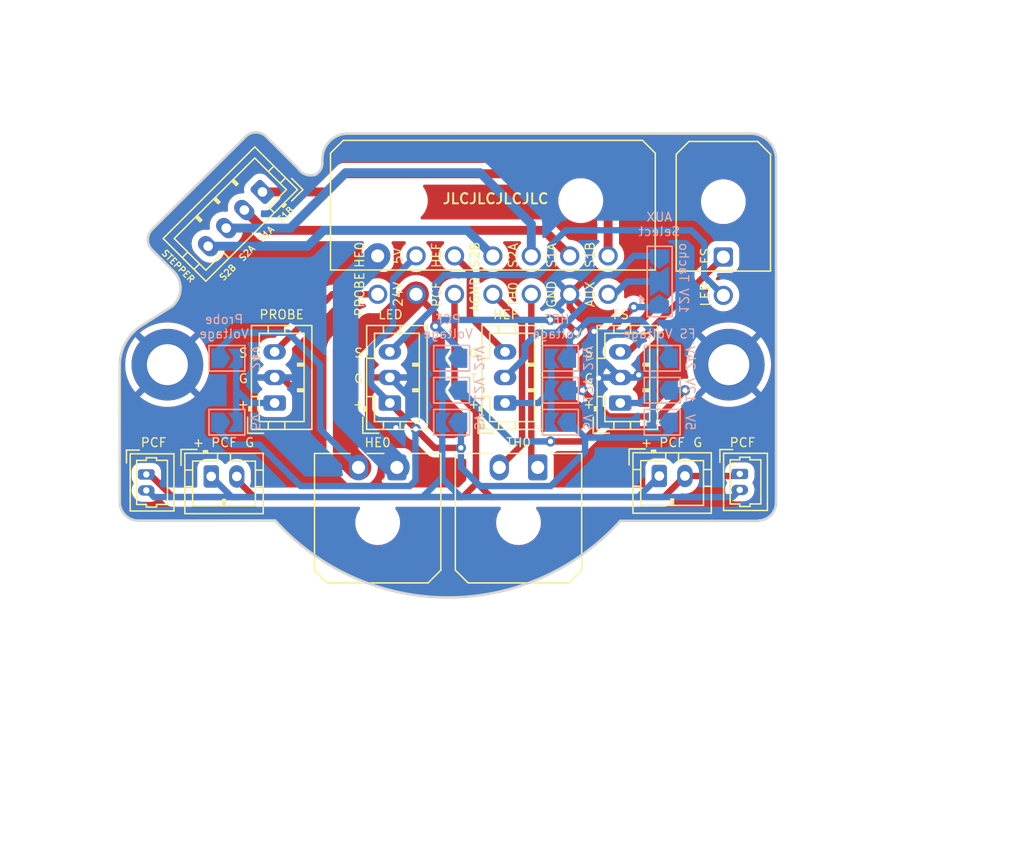
<source format=kicad_pcb>
(kicad_pcb (version 20221018) (generator pcbnew)
  (layers (0 "F.Cu" signal) (31 "B.Cu" signal) (34 "B.Paste" user) (35 "F.Paste" user) (36 "B.SilkS" user "B.Silkscreen") (37 "F.SilkS" user "F.Silkscreen") (38 "B.Mask" user) (39 "F.Mask" user) (44 "Edge.Cuts" user))
  (net 0 "")
  (net 1 "Stepper 1B")
  (net 2 "Stepper 1A")
  (net 3 "Stepper 2A")
  (net 4 "Stepper 2B")
  (net 5 "FS+")
  (net 6 "GND")
  (net 7 "FS SIGNAL")
  (net 8 "HEATER 1 GND")
  (net 9 "24V")
  (net 10 "HEF+")
  (net 11 "HEF TACHO")
  (net 12 "HEF SW GND")
  (net 13 "5V")
  (net 14 "LED")
  (net 15 "PROBE SIGNAL")
  (net 16 "PCF SW GND")
  (net 17 "AGND")
  (net 18 "TH0")
  (net 19 "AUX")
  (net 20 "PCF+")
  (net 21 "PROBE+")
  (net 22 "12V")
  (footprint "Connector_Molex:Molex_Micro-Fit_3.0_43650-0200_1x02_P3.00mm_Horizontal" (layer "F.Cu") (at 107 108.03 180)
    (fp_text reference "TH0" hide)
    (fp_text value "Molex 43650-0200")
    (pad "" np_thru_hole circle (at 1.5 -4.32 180) (size 3 3) (drill 3) (layers "*.Cu" "*.Mask"))
    (pad "1" thru_hole roundrect (at 0 0 180) (size 1.5 2.02) (drill 1.02) (layers "*.Cu" "*.Mask") (roundrect_rratio 0.1666673333) (net 18 "TH0"))
    (pad "2" thru_hole oval (at 3 0 180) (size 1.5 2.02) (drill 1.02) (layers "*.Cu" "*.Mask") (net 17 "AGND"))
  )
  (footprint "Connector_JST:JST_PH_B2B-PH-K_1x02_P2.00mm_Vertical" (layer "F.Cu") (at 81.498263 108.736417)
    (fp_text reference "PCF2" hide)
    (fp_text value "JST-PH_2-PIN_HEADER")
    (pad "1" thru_hole roundrect (at 0 0) (size 1.2 1.75) (drill 0.75) (layers "*.Cu" "*.Mask") (roundrect_rratio 0.2083333333) (net 20 "PCF+"))
    (pad "2" thru_hole oval (at 2 0) (size 1.2 1.75) (drill 0.75) (layers "*.Cu" "*.Mask") (net 16 "PCF SW GND"))
  )
  (footprint "MountingHole:MountingHole_3.2mm_M3_DIN965_Pad" (layer "F.Cu") (at 78.075 100)
    (fp_text reference "H1" hide)
    (fp_text value "M3")
    (pad "1" thru_hole circle (at 0 0) (size 5.6 5.6) (drill 3.2) (layers "*.Cu" "*.Mask") (net 6 "GND"))
  )
  (footprint "Connector_JST:JST_PH_B4B-PH-K_1x04_P2.00mm_Vertical" (layer "F.Cu") (at 85.5 86.5 -135)
    (fp_text reference "ESTEP1" hide)
    (fp_text value "JST-PH_4-PIN_HEADER")
    (pad "1" thru_hole roundrect (at 0 0 225) (size 1.2 1.75) (drill 0.75) (layers "*.Cu" "*.Mask") (roundrect_rratio 0.2083333333) (net 1 "Stepper 1B"))
    (pad "2" thru_hole oval (at 2 0 225) (size 1.2 1.75) (drill 0.75) (layers "*.Cu" "*.Mask") (net 2 "Stepper 1A"))
    (pad "3" thru_hole oval (at 4 0 225) (size 1.2 1.75) (drill 0.75) (layers "*.Cu" "*.Mask") (net 3 "Stepper 2A"))
    (pad "4" thru_hole oval (at 6 0 225) (size 1.2 1.75) (drill 0.75) (layers "*.Cu" "*.Mask") (net 4 "Stepper 2B"))
  )
  (footprint "Connector_JST:JST_PH_B3B-PH-K_1x03_P2.00mm_Vertical" (layer "F.Cu") (at 104.45 103 90)
    (fp_text reference "HEF1" hide)
    (fp_text value "JST-PH_3-PIN_HEADER")
    (pad "1" thru_hole roundrect (at 0 0 90) (size 1.2 1.75) (drill 0.75) (layers "*.Cu" "*.Mask") (roundrect_rratio 0.2083333333) (net 10 "HEF+"))
    (pad "2" thru_hole oval (at 2 0 90) (size 1.2 1.75) (drill 0.75) (layers "*.Cu" "*.Mask") (net 11 "HEF TACHO"))
    (pad "3" thru_hole oval (at 4 0 90) (size 1.2 1.75) (drill 0.75) (layers "*.Cu" "*.Mask") (net 12 "HEF SW GND"))
  )
  (footprint "MountingHole:MountingHole_3.2mm_M3_DIN965_Pad" (layer "F.Cu") (at 121.925 100)
    (fp_text reference "H2" hide)
    (fp_text value "M3")
    (pad "1" thru_hole circle (at 0 0) (size 5.6 5.6) (drill 3.2) (layers "*.Cu" "*.Mask") (net 6 "GND"))
  )
  (footprint "Connector_JST:JST_PH_B2B-PH-K_1x02_P2.00mm_Vertical" (layer "F.Cu") (at 116.5 108.7)
    (fp_text reference "PCF1" hide)
    (fp_text value "JST-PH_2-PIN_HEADER")
    (pad "1" thru_hole roundrect (at 0 0) (size 1.2 1.75) (drill 0.75) (layers "*.Cu" "*.Mask") (roundrect_rratio 0.2083333333) (net 20 "PCF+"))
    (pad "2" thru_hole oval (at 2 0) (size 1.2 1.75) (drill 0.75) (layers "*.Cu" "*.Mask") (net 16 "PCF SW GND"))
  )
  (footprint "Connector_JST:JST_PH_B3B-PH-K_1x03_P2.00mm_Vertical" (layer "F.Cu") (at 95.45 103 90)
    (fp_text reference "LED1" hide)
    (fp_text value "JST-PH_3-PIN_HEADER")
    (pad "1" thru_hole roundrect (at 0 0 90) (size 1.2 1.75) (drill 0.75) (layers "*.Cu" "*.Mask") (roundrect_rratio 0.2083333333) (net 13 "5V"))
    (pad "2" thru_hole oval (at 2 0 90) (size 1.2 1.75) (drill 0.75) (layers "*.Cu" "*.Mask") (net 6 "GND"))
    (pad "3" thru_hole oval (at 4 0 90) (size 1.2 1.75) (drill 0.75) (layers "*.Cu" "*.Mask") (net 14 "LED"))
  )
  (footprint "Connector_Molex:Molex_Micro-Fit_3.0_43045-1400_2x07_P3.00mm_Horizontal" (layer "F.Cu") (at 94.5 91.5)
    (fp_text reference "MCU1" hide)
    (fp_text value "Molex 43045-1400")
    (pad "" np_thru_hole circle (at 2.16 -4.32) (size 3 3) (drill 3) (layers "*.Cu" "*.Mask"))
    (pad "" np_thru_hole circle (at 15.86 -4.32) (size 3 3) (drill 3) (layers "*.Cu" "*.Mask"))
    (pad "1" thru_hole roundrect (at 0 0) (size 1.5 1.5) (drill 1.02) (layers "*.Cu" "*.Mask") (roundrect_rratio 0.1666673333) (net 8 "HEATER 1 GND"))
    (pad "2" thru_hole circle (at 3 0) (size 1.5 1.5) (drill 1.02) (layers "*.Cu" "*.Mask") (net 13 "5V"))
    (pad "3" thru_hole circle (at 6 0) (size 1.5 1.5) (drill 1.02) (layers "*.Cu" "*.Mask") (net 12 "HEF SW GND"))
    (pad "4" thru_hole circle (at 9 0) (size 1.5 1.5) (drill 1.02) (layers "*.Cu" "*.Mask") (net 4 "Stepper 2B"))
    (pad "5" thru_hole circle (at 12 0) (size 1.5 1.5) (drill 1.02) (layers "*.Cu" "*.Mask") (net 3 "Stepper 2A"))
    (pad "6" thru_hole circle (at 15 0) (size 1.5 1.5) (drill 1.02) (layers "*.Cu" "*.Mask") (net 2 "Stepper 1A"))
    (pad "7" thru_hole circle (at 18 0) (size 1.5 1.5) (drill 1.02) (layers "*.Cu" "*.Mask") (net 1 "Stepper 1B"))
    (pad "8" thru_hole circle (at 0 3) (size 1.5 1.5) (drill 1.02) (layers "*.Cu" "*.Mask") (net 15 "PROBE SIGNAL"))
    (pad "9" thru_hole circle (at 3 3) (size 1.5 1.5) (drill 1.02) (layers "*.Cu" "*.Mask") (net 9 "24V"))
    (pad "10" thru_hole circle (at 6 3) (size 1.5 1.5) (drill 1.02) (layers "*.Cu" "*.Mask") (net 16 "PCF SW GND"))
    (pad "11" thru_hole circle (at 9 3) (size 1.5 1.5) (drill 1.02) (layers "*.Cu" "*.Mask") (net 17 "AGND"))
    (pad "12" thru_hole circle (at 12 3) (size 1.5 1.5) (drill 1.02) (layers "*.Cu" "*.Mask") (net 18 "TH0"))
    (pad "13" thru_hole circle (at 15 3) (size 1.5 1.5) (drill 1.02) (layers "*.Cu" "*.Mask") (net 6 "GND"))
    (pad "14" thru_hole circle (at 18 3) (size 1.5 1.5) (drill 1.02) (layers "*.Cu" "*.Mask") (net 19 "AUX"))
  )
  (footprint "Connector_Molex:Molex_Micro-Fit_3.0_43650-0200_1x02_P3.00mm_Horizontal" (layer "F.Cu") (at 96 108.03 180)
    (fp_text reference "HE0" hide)
    (fp_text value "Molex 43650-0200")
    (pad "" np_thru_hole circle (at 1.5 -4.32 180) (size 3 3) (drill 3) (layers "*.Cu" "*.Mask"))
    (pad "1" thru_hole roundrect (at 0 0 180) (size 1.5 2.02) (drill 1.02) (layers "*.Cu" "*.Mask") (roundrect_rratio 0.1666673333) (net 8 "HEATER 1 GND"))
    (pad "2" thru_hole oval (at 3 0 180) (size 1.5 2.02) (drill 1.02) (layers "*.Cu" "*.Mask") (net 9 "24V"))
  )
  (footprint "Connector_Molex:Molex_PicoBlade_53047-0210_1x02_P1.25mm_Vertical" (layer "F.Cu") (at 122.781785 108.536417 -90)
    (fp_text reference "PCF3" hide)
    (fp_text value "PICOBLADE_2-PIN_HEADER")
    (pad "1" thru_hole roundrect (at 0 0 270) (size 0.8 1.3) (drill 0.5) (layers "*.Cu" "*.Mask") (net 16 "PCF SW GND"))
    (pad "2" thru_hole oval (at 1.25 0 270) (size 0.8 1.3) (drill 0.5) (layers "*.Cu" "*.Mask") (net 20 "PCF+"))
  )
  (footprint "Connector_JST:JST_PH_B3B-PH-K_1x03_P2.00mm_Vertical" (layer "F.Cu") (at 86.45 103 90)
    (fp_text reference "PROBE1" hide)
    (fp_text value "JST-PH_3-PIN_HEADER")
    (pad "1" thru_hole roundrect (at 0 0 90) (size 1.2 1.75) (drill 0.75) (layers "*.Cu" "*.Mask") (roundrect_rratio 0.2083333333) (net 21 "PROBE+"))
    (pad "2" thru_hole oval (at 2 0 90) (size 1.2 1.75) (drill 0.75) (layers "*.Cu" "*.Mask") (net 6 "GND"))
    (pad "3" thru_hole oval (at 4 0 90) (size 1.2 1.75) (drill 0.75) (layers "*.Cu" "*.Mask") (net 15 "PROBE SIGNAL"))
  )
  (footprint "Connector_JST:JST_PH_B3B-PH-K_1x03_P2.00mm_Vertical" (layer "F.Cu") (at 113.45 103 90)
    (fp_text reference "FS1" hide)
    (fp_text value "JST-PH_3-PIN_HEADER")
    (pad "1" thru_hole roundrect (at 0 0 90) (size 1.2 1.75) (drill 0.75) (layers "*.Cu" "*.Mask") (roundrect_rratio 0.2083333333) (net 5 "FS+"))
    (pad "2" thru_hole oval (at 2 0 90) (size 1.2 1.75) (drill 0.75) (layers "*.Cu" "*.Mask") (net 6 "GND"))
    (pad "3" thru_hole oval (at 4 0 90) (size 1.2 1.75) (drill 0.75) (layers "*.Cu" "*.Mask") (net 7 "FS SIGNAL"))
  )
  (footprint "Connector_Molex:Molex_PicoBlade_53047-0210_1x02_P1.25mm_Vertical" (layer "F.Cu") (at 76.427718 108.576964 -90)
    (fp_text reference "PCF4" hide)
    (fp_text value "PICOBLADE_2-PIN_HEADER")
    (pad "1" thru_hole roundrect (at 0 0 270) (size 0.8 1.3) (drill 0.5) (layers "*.Cu" "*.Mask") (net 16 "PCF SW GND"))
    (pad "2" thru_hole oval (at 1.25 0 270) (size 0.8 1.3) (drill 0.5) (layers "*.Cu" "*.Mask") (net 20 "PCF+"))
  )
  (footprint "Connector_Molex:Molex_Micro-Fit_3.0_43045-0200_2x01_P3.00mm_Horizontal" (layer "F.Cu") (at 121.5 91.585)
    (fp_text reference "MCU2" hide)
    (fp_text value "Molex 43045-0200")
    (pad "" np_thru_hole circle (at 0 -4.32) (size 3 3) (drill 3) (layers "*.Cu" "*.Mask"))
    (pad "1" thru_hole roundrect (at 0 0) (size 1.5 1.5) (drill 1.02) (layers "*.Cu" "*.Mask") (roundrect_rratio 0.1666673333) (net 7 "FS SIGNAL"))
    (pad "2" thru_hole circle (at 0 3) (size 1.5 1.5) (drill 1.02) (layers "*.Cu" "*.Mask") (net 14 "LED"))
  )
  (footprint "Jumper:SolderJumper-3_P2.0mm_Open_TrianglePad1.0x1.5mm" (layer "B.Cu") (at 116.5 93.5 90)
    (fp_text reference "JP1" hide)
    (fp_text value "AUX Select")
    (pad "1" smd custom (at -2 0 90) (size 0.3 0.3) (layers "B.Cu" "B.Mask") (net 22 "12V") (options (clearance outline) (anchor rect)) (primitives (gr_poly (pts (xy 1 0) (xy 0.5 -0.75) (xy -0.5 -0.75) (xy -0.5 0.75) (xy 0.5 0.75)) (width 0) (fill yes))))
    (pad "2" smd custom (at 0 0 90) (size 0.3 0.3) (layers "B.Cu") (net 19 "AUX") (options (clearance outline) (anchor rect)) (primitives (gr_poly (pts (xy 0.7 0) (xy 1.2 -0.75) (xy -1.2 -0.75) (xy -0.7 0) (xy -1.2 0.75) (xy 1.2 0.75)) (width 0) (fill yes))))
    (pad "3" smd custom (at 2 0 270) (size 0.3 0.3) (layers "B.Cu" "B.Mask") (net 11 "HEF TACHO") (options (clearance outline) (anchor rect)) (primitives (gr_poly (pts (xy 1 0) (xy 0.5 -0.75) (xy -0.5 -0.75) (xy -0.5 0.75) (xy 0.5 0.75)) (width 0) (fill yes))))
  )
  (footprint "Jumper:SolderJumper-2_P1.3mm_Open_TrianglePad1.0x1.5mm" (layer "B.Cu") (at 82.725 99.5)
    (fp_text reference "JP8" hide)
    (fp_text value "PROBE 24V")
    (pad "1" smd custom (at -0.725 0) (size 0.3 0.3) (layers "B.Cu" "B.Mask") (net 9 "24V") (options (clearance outline) (anchor rect)) (primitives (gr_poly (pts (xy 1 0) (xy 0.5 -0.75) (xy -0.5 -0.75) (xy -0.5 0.75) (xy 0.5 0.75)) (width 0) (fill yes))))
    (pad "2" smd custom (at 0.725 0) (size 0.3 0.3) (layers "B.Cu" "B.Mask") (net 21 "PROBE+") (options (clearance outline) (anchor rect)) (primitives (gr_poly (pts (xy 0.5 -0.75) (xy -0.65 -0.75) (xy -0.15 0) (xy -0.65 0.75) (xy 0.5 0.75)) (width 0) (fill yes))))
  )
  (footprint "Jumper:SolderJumper-2_P1.3mm_Open_TrianglePad1.0x1.5mm" (layer "B.Cu") (at 116.725 99.5 180)
    (fp_text reference "JP11" hide)
    (fp_text value "FS 24V")
    (pad "1" smd custom (at -0.725 0 180) (size 0.3 0.3) (layers "B.Cu" "B.Mask") (net 9 "24V") (options (clearance outline) (anchor rect)) (primitives (gr_poly (pts (xy 1 0) (xy 0.5 -0.75) (xy -0.5 -0.75) (xy -0.5 0.75) (xy 0.5 0.75)) (width 0) (fill yes))))
    (pad "2" smd custom (at 0.725 0 180) (size 0.3 0.3) (layers "B.Cu" "B.Mask") (net 5 "FS+") (options (clearance outline) (anchor rect)) (primitives (gr_poly (pts (xy 0.5 -0.75) (xy -0.65 -0.75) (xy -0.15 0) (xy -0.65 0.75) (xy 0.5 0.75)) (width 0) (fill yes))))
  )
  (footprint "Jumper:SolderJumper-2_P1.3mm_Open_TrianglePad1.0x1.5mm" (layer "B.Cu") (at 108.775 104.5 180)
    (fp_text reference "JP4" hide)
    (fp_text value "HEF 5V")
    (pad "1" smd custom (at -0.725 0 180) (size 0.3 0.3) (layers "B.Cu" "B.Mask") (net 13 "5V") (options (clearance outline) (anchor rect)) (primitives (gr_poly (pts (xy 1 0) (xy 0.5 -0.75) (xy -0.5 -0.75) (xy -0.5 0.75) (xy 0.5 0.75)) (width 0) (fill yes))))
    (pad "2" smd custom (at 0.725 0 180) (size 0.3 0.3) (layers "B.Cu" "B.Mask") (net 10 "HEF+") (options (clearance outline) (anchor rect)) (primitives (gr_poly (pts (xy 0.5 -0.75) (xy -0.65 -0.75) (xy -0.15 0) (xy -0.65 0.75) (xy 0.5 0.75)) (width 0) (fill yes))))
  )
  (footprint "Jumper:SolderJumper-2_P1.3mm_Open_TrianglePad1.0x1.5mm" (layer "B.Cu") (at 100.275 104.5 180)
    (fp_text reference "JP7" hide)
    (fp_text value "PCF 5V")
    (pad "1" smd custom (at -0.725 0 180) (size 0.3 0.3) (layers "B.Cu" "B.Mask") (net 13 "5V") (options (clearance outline) (anchor rect)) (primitives (gr_poly (pts (xy 1 0) (xy 0.5 -0.75) (xy -0.5 -0.75) (xy -0.5 0.75) (xy 0.5 0.75)) (width 0) (fill yes))))
    (pad "2" smd custom (at 0.725 0 180) (size 0.3 0.3) (layers "B.Cu" "B.Mask") (net 20 "PCF+") (options (clearance outline) (anchor rect)) (primitives (gr_poly (pts (xy 0.5 -0.75) (xy -0.65 -0.75) (xy -0.15 0) (xy -0.65 0.75) (xy 0.5 0.75)) (width 0) (fill yes))))
  )
  (footprint "Jumper:SolderJumper-2_P1.3mm_Open_TrianglePad1.0x1.5mm" (layer "B.Cu") (at 100.275 99.5 180)
    (fp_text reference "JP5" hide)
    (fp_text value "PCF 24V")
    (pad "1" smd custom (at -0.725 0 180) (size 0.3 0.3) (layers "B.Cu" "B.Mask") (net 9 "24V") (options (clearance outline) (anchor rect)) (primitives (gr_poly (pts (xy 1 0) (xy 0.5 -0.75) (xy -0.5 -0.75) (xy -0.5 0.75) (xy 0.5 0.75)) (width 0) (fill yes))))
    (pad "2" smd custom (at 0.725 0 180) (size 0.3 0.3) (layers "B.Cu" "B.Mask") (net 20 "PCF+") (options (clearance outline) (anchor rect)) (primitives (gr_poly (pts (xy 0.5 -0.75) (xy -0.65 -0.75) (xy -0.15 0) (xy -0.65 0.75) (xy 0.5 0.75)) (width 0) (fill yes))))
  )
  (footprint "Jumper:SolderJumper-2_P1.3mm_Open_TrianglePad1.0x1.5mm" (layer "B.Cu") (at 108.775 102 180)
    (fp_text reference "JP3" hide)
    (fp_text value "HEF 12V")
    (pad "1" smd custom (at -0.725 0 180) (size 0.3 0.3) (layers "B.Cu" "B.Mask") (net 22 "12V") (options (clearance outline) (anchor rect)) (primitives (gr_poly (pts (xy 1 0) (xy 0.5 -0.75) (xy -0.5 -0.75) (xy -0.5 0.75) (xy 0.5 0.75)) (width 0) (fill yes))))
    (pad "2" smd custom (at 0.725 0 180) (size 0.3 0.3) (layers "B.Cu" "B.Mask") (net 10 "HEF+") (options (clearance outline) (anchor rect)) (primitives (gr_poly (pts (xy 0.5 -0.75) (xy -0.65 -0.75) (xy -0.15 0) (xy -0.65 0.75) (xy 0.5 0.75)) (width 0) (fill yes))))
  )
  (footprint "Jumper:SolderJumper-2_P1.3mm_Open_TrianglePad1.0x1.5mm" (layer "B.Cu") (at 100.275 102 180)
    (fp_text reference "JP6" hide)
    (fp_text value "PCF 12V")
    (pad "1" smd custom (at -0.725 0 180) (size 0.3 0.3) (layers "B.Cu" "B.Mask") (net 22 "12V") (options (clearance outline) (anchor rect)) (primitives (gr_poly (pts (xy 1 0) (xy 0.5 -0.75) (xy -0.5 -0.75) (xy -0.5 0.75) (xy 0.5 0.75)) (width 0) (fill yes))))
    (pad "2" smd custom (at 0.725 0 180) (size 0.3 0.3) (layers "B.Cu" "B.Mask") (net 20 "PCF+") (options (clearance outline) (anchor rect)) (primitives (gr_poly (pts (xy 0.5 -0.75) (xy -0.65 -0.75) (xy -0.15 0) (xy -0.65 0.75) (xy 0.5 0.75)) (width 0) (fill yes))))
  )
  (footprint "Jumper:SolderJumper-2_P1.3mm_Open_TrianglePad1.0x1.5mm" (layer "B.Cu") (at 82.725 104.5)
    (fp_text reference "JP10" hide)
    (fp_text value "PROBE 5V")
    (pad "1" smd custom (at -0.725 0) (size 0.3 0.3) (layers "B.Cu" "B.Mask") (net 13 "5V") (options (clearance outline) (anchor rect)) (primitives (gr_poly (pts (xy 1 0) (xy 0.5 -0.75) (xy -0.5 -0.75) (xy -0.5 0.75) (xy 0.5 0.75)) (width 0) (fill yes))))
    (pad "2" smd custom (at 0.725 0) (size 0.3 0.3) (layers "B.Cu" "B.Mask") (net 21 "PROBE+") (options (clearance outline) (anchor rect)) (primitives (gr_poly (pts (xy 0.5 -0.75) (xy -0.65 -0.75) (xy -0.15 0) (xy -0.65 0.75) (xy 0.5 0.75)) (width 0) (fill yes))))
  )
  (footprint "Jumper:SolderJumper-2_P1.3mm_Open_TrianglePad1.0x1.5mm" (layer "B.Cu") (at 116.725 104.5 180)
    (fp_text reference "JP13" hide)
    (fp_text value "FS 5V")
    (pad "1" smd custom (at -0.725 0 180) (size 0.3 0.3) (layers "B.Cu" "B.Mask") (net 13 "5V") (options (clearance outline) (anchor rect)) (primitives (gr_poly (pts (xy 1 0) (xy 0.5 -0.75) (xy -0.5 -0.75) (xy -0.5 0.75) (xy 0.5 0.75)) (width 0) (fill yes))))
    (pad "2" smd custom (at 0.725 0 180) (size 0.3 0.3) (layers "B.Cu" "B.Mask") (net 5 "FS+") (options (clearance outline) (anchor rect)) (primitives (gr_poly (pts (xy 0.5 -0.75) (xy -0.65 -0.75) (xy -0.15 0) (xy -0.65 0.75) (xy 0.5 0.75)) (width 0) (fill yes))))
  )
  (footprint "Jumper:SolderJumper-2_P1.3mm_Open_TrianglePad1.0x1.5mm" (layer "B.Cu") (at 108.775 99.5 180)
    (fp_text reference "JP2" hide)
    (fp_text value "HEF 24V")
    (pad "1" smd custom (at -0.725 0 180) (size 0.3 0.3) (layers "B.Cu" "B.Mask") (net 9 "24V") (options (clearance outline) (anchor rect)) (primitives (gr_poly (pts (xy 1 0) (xy 0.5 -0.75) (xy -0.5 -0.75) (xy -0.5 0.75) (xy 0.5 0.75)) (width 0) (fill yes))))
    (pad "2" smd custom (at 0.725 0 180) (size 0.3 0.3) (layers "B.Cu" "B.Mask") (net 10 "HEF+") (options (clearance outline) (anchor rect)) (primitives (gr_poly (pts (xy 0.5 -0.75) (xy -0.65 -0.75) (xy -0.15 0) (xy -0.65 0.75) (xy 0.5 0.75)) (width 0) (fill yes))))
  )
  (footprint "Jumper:SolderJumper-2_P1.3mm_Open_TrianglePad1.0x1.5mm" (layer "B.Cu") (at 116.725 102 180)
    (fp_text reference "JP12" hide)
    (fp_text value "FS 12V")
    (pad "1" smd custom (at -0.725 0 180) (size 0.3 0.3) (layers "B.Cu" "B.Mask") (net 22 "12V") (options (clearance outline) (anchor rect)) (primitives (gr_poly (pts (xy 1 0) (xy 0.5 -0.75) (xy -0.5 -0.75) (xy -0.5 0.75) (xy 0.5 0.75)) (width 0) (fill yes))))
    (pad "2" smd custom (at 0.725 0 180) (size 0.3 0.3) (layers "B.Cu" "B.Mask") (net 5 "FS+") (options (clearance outline) (anchor rect)) (primitives (gr_poly (pts (xy 0.5 -0.75) (xy -0.65 -0.75) (xy -0.15 0) (xy -0.65 0.75) (xy 0.5 0.75)) (width 0) (fill yes))))
  )
  (gr_line (start 88.253835 84.637031) (end 85.758866 82.146341) (stroke (width 0.2)) (layer "Edge.Cuts"))
  (gr_arc (start 76.88384 91.032032) (mid 76.553838 90.235033) (end 76.88384 89.438034) (stroke (width 0.2)) (layer "Edge.Cuts"))
  (gr_arc (start 78.555837 92.695034) (mid 79.102818 94.090463) (end 78.450842 95.440033) (stroke (width 0.2)) (layer "Edge.Cuts"))
  (gr_arc (start 125.617 110.783117) (mid 125.222601 111.745163) (end 124.280131 112.184251) (stroke (width 0.2)) (layer "Edge.Cuts"))
  (gr_line (start 84.211862 82.160085) (end 76.88384 89.438034) (stroke (width 0.2)) (layer "Edge.Cuts"))
  (gr_line (start 123.617904 81.944315) (end 100.108781 81.944315) (stroke (width 0.2)) (layer "Edge.Cuts"))
  (gr_arc (start 90.176839 83.944315) (mid 90.762626 82.530102) (end 92.176839 81.944315) (stroke (width 0.2)) (layer "Edge.Cuts"))
  (gr_arc (start 74.355341 100.069527) (mid 74.807589 98.295569) (end 76.053936 96.954647) (stroke (width 0.2)) (layer "Edge.Cuts"))
  (gr_line (start 125.617 110.783117) (end 125.617904 83.944315) (stroke (width 0.2)) (layer "Edge.Cuts"))
  (gr_arc (start 89.766245 85.075051) (mid 89.687617 85.131416) (end 89.597756 85.167256) (stroke (width 0.2)) (layer "Edge.Cuts"))
  (gr_line (start 89.85347 84.994897) (end 89.766245 85.075051) (stroke (width 0.2)) (layer "Edge.Cuts"))
  (gr_line (start 76.88384 91.032032) (end 78.555837 92.695034) (stroke (width 0.2)) (layer "Edge.Cuts"))
  (gr_arc (start 84.211862 82.160085) (mid 84.982635 81.846006) (end 85.758866 82.146341) (stroke (width 0.2)) (layer "Edge.Cuts"))
  (gr_arc (start 89.597756 85.167256) (mid 88.838813 85.12261) (end 88.253835 84.637031) (stroke (width 0.2)) (layer "Edge.Cuts"))
  (gr_line (start 74.355341 100.069527) (end 74.36015 110.840435) (stroke (width 0.2)) (layer "Edge.Cuts"))
  (gr_arc (start 75.802061 112.186983) (mid 74.820533 111.792736) (end 74.36015 110.840435) (stroke (width 0.2)) (layer "Edge.Cuts"))
  (gr_arc (start 90.176839 84.258575) (mid 90.092435 84.660675) (end 89.85347 84.994897) (stroke (width 0.2)) (layer "Edge.Cuts"))
  (gr_line (start 113.44937 112.206032) (end 124.209837 112.206032) (stroke (width 0.2)) (layer "Edge.Cuts"))
  (gr_line (start 90.176839 83.944315) (end 90.176839 84.258575) (stroke (width 0.2)) (layer "Edge.Cuts"))
  (gr_arc (start 123.617904 81.944315) (mid 125.032117 82.530102) (end 125.617904 83.944315) (stroke (width 0.2)) (layer "Edge.Cuts"))
  (gr_line (start 75.802061 112.186983) (end 86.50061 112.175033) (stroke (width 0.2)) (layer "Edge.Cuts"))
  (gr_line (start 124.209837 112.206032) (end 124.280131 112.184251) (stroke (width 0.2)) (layer "Edge.Cuts"))
  (gr_line (start 100.108781 81.944315) (end 92.176839 81.944315) (stroke (width 0.2)) (layer "Edge.Cuts"))
  (gr_line (start 78.450842 95.440033) (end 76.053936 96.954647) (stroke (width 0.2)) (layer "Edge.Cuts"))
  (gr_arc (start 113.44937 112.206032) (mid 99.968087 118.191342) (end 86.50061 112.175033) (stroke (width 0.2)) (layer "Edge.Cuts"))
  (gr_text "HEF\nVoltage" (at 108.5 98) (layer "B.SilkS") (effects (font (size 0.7 0.7) (thickness 0.1)) (justify bottom mirror)))
  (gr_text "FS Voltage" (at 116.5 98) (layer "B.SilkS") (effects (font (size 0.7 0.7) (thickness 0.1)) (justify bottom mirror)))
  (gr_text "5V" (at 102 104.5 270) (layer "B.SilkS") (effects (font (size 0.7 0.7) (thickness 0.1)) (justify bottom mirror)))
  (gr_text "24V" (at 84.5 99.5 -90) (layer "B.SilkS") (effects (font (size 0.7 0.7) (thickness 0.1)) (justify bottom mirror)))
  (gr_text "PCF\nVoltage" (at 100 98) (layer "B.SilkS") (effects (font (size 0.7 0.7) (thickness 0.1)) (justify bottom mirror)))
  (gr_text "12V" (at 102 102 270) (layer "B.SilkS") (effects (font (size 0.7 0.7) (thickness 0.1)) (justify bottom mirror)))
  (gr_text "Probe\nVoltage" (at 82.5 98) (layer "B.SilkS") (effects (font (size 0.7 0.7) (thickness 0.1)) (justify bottom mirror)))
  (gr_text "12V" (at 118 95 270) (layer "B.SilkS") (effects (font (size 0.7 0.7) (thickness 0.1)) (justify bottom mirror)))
  (gr_text "24V" (at 118.5 99.5 -90) (layer "B.SilkS") (effects (font (size 0.7 0.7) (thickness 0.1)) (justify bottom mirror)))
  (gr_text "12V" (at 118.5 102 270) (layer "B.SilkS") (effects (font (size 0.7 0.7) (thickness 0.1)) (justify bottom mirror)))
  (gr_text "5V" (at 84.5 104.5 270) (layer "B.SilkS") (effects (font (size 0.7 0.7) (thickness 0.1)) (justify bottom mirror)))
  (gr_text "Tacho" (at 118 92 270) (layer "B.SilkS") (effects (font (size 0.7 0.7) (thickness 0.1)) (justify bottom mirror)))
  (gr_text "5V" (at 118.5 104.5 270) (layer "B.SilkS") (effects (font (size 0.7 0.7) (thickness 0.1)) (justify bottom mirror)))
  (gr_text "5V" (at 110.5 104.5 270) (layer "B.SilkS") (effects (font (size 0.7 0.7) (thickness 0.1)) (justify bottom mirror)))
  (gr_text "24V" (at 110.5 99.5 -90) (layer "B.SilkS") (effects (font (size 0.7 0.7) (thickness 0.1)) (justify bottom mirror)))
  (gr_text "AUX\nSelect" (at 116.5 90) (layer "B.SilkS") (effects (font (size 0.7 0.7) (thickness 0.1)) (justify bottom mirror)))
  (gr_text "12V" (at 110.5 102 270) (layer "B.SilkS") (effects (font (size 0.7 0.7) (thickness 0.1)) (justify bottom mirror)))
  (gr_text "24V" (at 102 99.5 -90) (layer "B.SilkS") (effects (font (size 0.7 0.7) (thickness 0.1)) (justify bottom mirror)))
  (gr_text "+" (at 80.5 106.5) (layer "F.SilkS") (effects (font (size 0.7 0.7) (thickness 0.1)) (justify bottom)))
  (gr_text "S" (at 93 99.5) (layer "F.SilkS") (effects (font (size 0.7 0.7) (thickness 0.1)) (justify bottom)))
  (gr_text "G" (at 111 101.5) (layer "F.SilkS") (effects (font (size 0.7 0.7) (thickness 0.1)) (justify bottom)))
  (gr_text "GND" (at 108.5 94.5 90) (layer "F.SilkS") (effects (font (size 0.7 0.7) (thickness 0.1)) (justify bottom)))
  (gr_text "S2A" (at 84.5 91.5 45) (layer "F.SilkS") (effects (font (size 0.5 0.5) (thickness 0.1)) (justify bottom)))
  (gr_text "PCF" (at 117.5 106.5) (layer "F.SilkS") (effects (font (size 0.7 0.7) (thickness 0.1)) (justify bottom)))
  (gr_text "STEPPER" (at 78.712597 92.50521 -45) (layer "F.SilkS") (effects (font (size 0.5 0.5) (thickness 0.1)) (justify bottom)))
  (gr_text "5V" (at 96.5 91.5 90) (layer "F.SilkS") (effects (font (size 0.7 0.7) (thickness 0.1)) (justify bottom)))
  (gr_text "G" (at 102 99.5) (layer "F.SilkS") (effects (font (size 0.7 0.7) (thickness 0.1)) (justify bottom)))
  (gr_text "HEF" (at 104.5 96.5) (layer "F.SilkS") (effects (font (size 0.7 0.7) (thickness 0.1)) (justify bottom)))
  (gr_text "HE0" (at 94.5 106.5) (layer "F.SilkS") (effects (font (size 0.7 0.7) (thickness 0.1)) (justify bottom)))
  (gr_text "PCF" (at 77 106.5) (layer "F.SilkS") (effects (font (size 0.7 0.7) (thickness 0.1)) (justify bottom)))
  (gr_text "LED" (at 120.5 94.5 90) (layer "F.SilkS") (effects (font (size 0.7 0.7) (thickness 0.1)) (justify bottom)))
  (gr_text "FS" (at 113.5 96.5) (layer "F.SilkS") (effects (font (size 0.7 0.7) (thickness 0.1)) (justify bottom)))
  (gr_text "HEF" (at 99.5 92.5 90) (layer "F.SilkS") (effects (font (size 0.7 0.7) (thickness 0.1)) (justify left bottom)))
  (gr_text "24V" (at 96.5 94.5 90) (layer "F.SilkS") (effects (font (size 0.7 0.7) (thickness 0.1)) (justify bottom)))
  (gr_text "T" (at 102 101.5) (layer "F.SilkS") (effects (font (size 0.7 0.7) (thickness 0.1)) (justify bottom)))
  (gr_text "AUX" (at 111.5 94.5 90) (layer "F.SilkS") (effects (font (size 0.7 0.7) (thickness 0.1)) (justify bottom)))
  (gr_text "S2B" (at 83 93 45) (layer "F.SilkS") (effects (font (size 0.5 0.5) (thickness 0.1)) (justify bottom)))
  (gr_text "S" (at 111 99.5) (layer "F.SilkS") (effects (font (size 0.7 0.7) (thickness 0.1)) (justify bottom)))
  (gr_text "S2B" (at 102.5 92.5 90) (layer "F.SilkS") (effects (font (size 0.7 0.7) (thickness 0.1)) (justify left bottom)))
  (gr_text "S1A" (at 108.5 92.5 90) (layer "F.SilkS") (effects (font (size 0.7 0.7) (thickness 0.1)) (justify left bottom)))
  (gr_text "+" (at 111 103.5) (layer "F.SilkS") (effects (font (size 0.7 0.7) (thickness 0.1)) (justify bottom)))
  (gr_text "PROBE" (at 93.5 94.5 90) (layer "F.SilkS") (effects (font (size 0.7 0.7) (thickness 0.1)) (justify bottom)))
  (gr_text "AGND" (at 102.5 94.5 90) (layer "F.SilkS") (effects (font (size 0.7 0.7) (thickness 0.1)) (justify bottom)))
  (gr_text "PCF" (at 123 106.5) (layer "F.SilkS") (effects (font (size 0.7 0.7) (thickness 0.1)) (justify bottom)))
  (gr_text "S" (at 84 99.5) (layer "F.SilkS") (effects (font (size 0.7 0.7) (thickness 0.1)) (justify bottom)))
  (gr_text "+" (at 115.5 106.5) (layer "F.SilkS") (effects (font (size 0.7 0.7) (thickness 0.1)) (justify bottom)))
  (gr_text "PROBE" (at 87 96.5) (layer "F.SilkS") (effects (font (size 0.7 0.7) (thickness 0.1)) (justify bottom)))
  (gr_text "G" (at 119.5 106.5) (layer "F.SilkS") (effects (font (size 0.7 0.7) (thickness 0.1)) (justify bottom)))
  (gr_text "S1B" (at 111.5 92.5 90) (layer "F.SilkS") (effects (font (size 0.7 0.7) (thickness 0.1)) (justify left bottom)))
  (gr_text "S1A" (at 86 90 45) (layer "F.SilkS") (effects (font (size 0.5 0.5) (thickness 0.1)) (justify bottom)))
  (gr_text "TH0" (at 105.5 94.5 90) (layer "F.SilkS") (effects (font (size 0.7 0.7) (thickness 0.1)) (justify bottom)))
  (gr_text "+" (at 93 103.5) (layer "F.SilkS") (effects (font (size 0.7 0.7) (thickness 0.1)) (justify bottom)))
  (gr_text "TH0" (at 105.5 106.5) (layer "F.SilkS") (effects (font (size 0.7 0.7) (thickness 0.1)) (justify bottom)))
  (gr_text "S2A" (at 105.5 92.5 90) (layer "F.SilkS") (effects (font (size 0.7 0.7) (thickness 0.1)) (justify left bottom)))
  (gr_text "S1B" (at 87.5 88.5 45) (layer "F.SilkS") (effects (font (size 0.5 0.5) (thickness 0.1)) (justify bottom)))
  (gr_text "G" (at 84.5 106.5) (layer "F.SilkS") (effects (font (size 0.7 0.7) (thickness 0.1)) (justify bottom)))
  (gr_text "+" (at 102 103.5) (layer "F.SilkS") (effects (font (size 0.7 0.7) (thickness 0.1)) (justify bottom)))
  (gr_text "PCF" (at 82.5 106.5) (layer "F.SilkS") (effects (font (size 0.7 0.7) (thickness 0.1)) (justify bottom)))
  (gr_text "+" (at 84 103.5) (layer "F.SilkS") (effects (font (size 0.7 0.7) (thickness 0.1)) (justify bottom)))
  (gr_text "FS" (at 120.5 91.5 90) (layer "F.SilkS") (effects (font (size 0.7 0.7) (thickness 0.1)) (justify bottom)))
  (gr_text "JLCJLCJLCJLC" (at 99.5 87.5) (layer "F.SilkS") (effects (font (size 0.8 0.8) (thickness 0.15) bold) (justify left bottom)))
  (gr_text "G" (at 84 101.5) (layer "F.SilkS") (effects (font (size 0.7 0.7) (thickness 0.1)) (justify bottom)))
  (gr_text "HE0" (at 93.5 92.5 90) (layer "F.SilkS") (effects (font (size 0.7 0.7) (thickness 0.1)) (justify left bottom)))
  (gr_text "LED" (at 95.5 96.5) (layer "F.SilkS") (effects (font (size 0.7 0.7) (thickness 0.1)) (justify bottom)))
  (gr_text "PCF" (at 99.5 94.5 90) (layer "F.SilkS") (effects (font (size 0.7 0.7) (thickness 0.1)) (justify bottom)))
  (gr_text "G" (at 93 101.5) (layer "F.SilkS") (effects (font (size 0.7 0.7) (thickness 0.1)) (justify bottom)))
  (segment (start 85.5 86.5) (end 90.5 86.5) (width 0.7) (layer "F.Cu") (net 1))
  (segment (start 91.92 85.08) (end 111.58 85.08) (width 0.7) (layer "F.Cu") (net 1))
  (segment (start 111.58 85.08) (end 112.5 86) (width 0.7) (layer "F.Cu") (net 1))
  (segment (start 90.5 86.5) (end 91.92 85.08) (width 0.7) (layer "F.Cu") (net 1))
  (segment (start 112.5 86) (end 112.5 91.5) (width 0.7) (layer "F.Cu") (net 1))
  (segment (start 107.5 89.5) (end 109.5 91.5) (width 0.7) (layer "F.Cu") (net 2))
  (segment (start 85.671572 89.5) (end 107.5 89.5) (width 0.7) (layer "F.Cu") (net 2))
  (segment (start 84.085786 87.914214) (end 85.671572 89.5) (width 0.7) (layer "F.Cu") (net 2))
  (segment (start 82.671573 89.328427) (end 87.671573 89.328427) (width 0.7) (layer "B.Cu") (net 3))
  (segment (start 106.5 89) (end 106.5 91.5) (width 0.7) (layer "B.Cu") (net 3))
  (segment (start 92 85) (end 102.5 85) (width 0.7) (layer "B.Cu") (net 3))
  (segment (start 87.671573 89.328427) (end 92 85) (width 0.7) (layer "B.Cu") (net 3))
  (segment (start 102.5 85) (end 106.5 89) (width 0.7) (layer "B.Cu") (net 3))
  (segment (start 81.257359 90.742641) (end 89.030151 90.742641) (width 0.7) (layer "B.Cu") (net 4))
  (segment (start 101.5 89.5) (end 103.5 91.5) (width 0.7) (layer "B.Cu") (net 4))
  (segment (start 89.030151 90.742641) (end 90.272792 89.5) (width 0.7) (layer "B.Cu") (net 4))
  (segment (start 90.272792 89.5) (end 101.5 89.5) (width 0.7) (layer "B.Cu") (net 4))
  (segment (start 116 104.5) (end 116 99.5) (width 0.5) (layer "B.Cu") (net 5))
  (segment (start 115 103) (end 116 102) (width 0.5) (layer "B.Cu") (net 5))
  (segment (start 113.45 103) (end 115 103) (width 0.5) (layer "B.Cu") (net 5))
  (segment (start 91.99 109.49) (end 88.5 106) (width 0.5) (layer "F.Cu") (net 6))
  (segment (start 88.5 106) (end 88.5 102.5) (width 0.5) (layer "F.Cu") (net 6))
  (segment (start 88.5 102.5) (end 87 101) (width 0.5) (layer "F.Cu") (net 6))
  (segment (start 95.929481 104.927454) (end 94.8 106.056935) (width 0.5) (layer "F.Cu") (net 6))
  (segment (start 109.5 94.5) (end 109.5 95.5) (width 0.5) (layer "F.Cu") (net 6))
  (segment (start 108.5 100.298624) (end 108.5 102) (width 0.5) (layer "F.Cu") (net 6))
  (segment (start 111.399312 97.399312) (end 108.5 100.298624) (width 0.5) (layer "F.Cu") (net 6))
  (segment (start 87 101) (end 86.45 101) (width 0.5) (layer "F.Cu") (net 6))
  (segment (start 94.01 109.49) (end 91.99 109.49) (width 0.5) (layer "F.Cu") (net 6))
  (segment (start 109.5 95.5) (end 111.399312 97.399312) (width 0.5) (layer "F.Cu") (net 6))
  (segment (start 94.8 108.7) (end 94.01 109.49) (width 0.5) (layer "F.Cu") (net 6))
  (segment (start 94.8 106.056935) (end 94.8 108.7) (width 0.5) (layer "F.Cu") (net 6))
  (via (at 114.888374 100.802583) (size 0.8) (drill 0.4) (layers "F.Cu" "B.Cu") (net 6))
  (via (at 95.929481 104.927454) (size 0.8) (drill 0.4) (layers "F.Cu" "B.Cu") (net 6))
  (via (at 111.757912 101.049354) (size 0.8) (drill 0.4) (layers "F.Cu" "B.Cu") (net 6))
  (via (at 111.399312 97.399312) (size 0.8) (drill 0.4) (layers "F.Cu" "B.Cu") (net 6))
  (segment (start 96.898959 102.448959) (end 96.898959 103.957976) (width 0.5) (layer "B.Cu") (net 6))
  (segment (start 111.399312 97.399312) (end 111.399312 98.949312) (width 0.5) (layer "B.Cu") (net 6))
  (segment (start 95.45 101) (end 96.898959 102.448959) (width 0.5) (layer "B.Cu") (net 6))
  (segment (start 111.399312 98.949312) (end 113.45 101) (width 0.5) (layer "B.Cu") (net 6))
  (segment (start 96.898959 103.957976) (end 95.929481 104.927454) (width 0.5) (layer "B.Cu") (net 6))
  (segment (start 114.085 99) (end 113.45 99) (width 0.5) (layer "F.Cu") (net 7))
  (segment (start 121.5 91.585) (end 114.085 99) (width 0.5) (layer "F.Cu") (net 7))
  (segment (start 96 108.012284) (end 92 104.012284) (width 2) (layer "B.Cu") (net 8))
  (segment (start 92 94) (end 94.5 91.5) (width 2) (layer "B.Cu") (net 8))
  (segment (start 96 108.03) (end 96 108.012284) (width 2) (layer "B.Cu") (net 8))
  (segment (start 92 104.012284) (end 92 94) (width 2) (layer "B.Cu") (net 8))
  (segment (start 95.022592 96.977408) (end 97.5 94.5) (width 2) (layer "F.Cu") (net 9))
  (segment (start 99 96) (end 97.5 94.5) (width 0.5) (layer "F.Cu") (net 9))
  (segment (start 99 97) (end 99 96) (width 0.5) (layer "F.Cu") (net 9))
  (segment (start 93 108.03) (end 92 107.03) (width 2) (layer "F.Cu") (net 9))
  (segment (start 108 96.5) (end 109 96.5) (width 0.5) (layer "F.Cu") (net 9))
  (segment (start 92 98.859654) (end 93.882246 96.977408) (width 2) (layer "F.Cu") (net 9))
  (segment (start 109 96.5) (end 110 97.5) (width 0.5) (layer "F.Cu") (net 9))
  (segment (start 92 107.03) (end 92 98.859654) (width 2) (layer "F.Cu") (net 9))
  (segment (start 93.882246 96.977408) (end 95.022592 96.977408) (width 2) (layer "F.Cu") (net 9))
  (via (at 99 97) (size 0.8) (drill 0.4) (layers "F.Cu" "B.Cu") (net 9))
  (via (at 108 96.5) (size 0.8) (drill 0.4) (layers "F.Cu" "B.Cu") (net 9))
  (via (at 110 97.5) (size 0.8) (drill 0.4) (layers "F.Cu" "B.Cu") (net 9))
  (segment (start 109.5 99.5) (end 109.5 98) (width 0.5) (layer "B.Cu") (net 9))
  (segment (start 83.413604 97.5) (end 87.5 97.5) (width 0.5) (layer "B.Cu") (net 9))
  (segment (start 90 100) (end 90 105.03) (width 0.5) (layer "B.Cu") (net 9))
  (segment (start 109.5 98) (end 110 97.5) (width 0.5) (layer "B.Cu") (net 9))
  (segment (start 111 96.5) (end 115.036396 96.5) (width 0.5) (layer "B.Cu") (net 9))
  (segment (start 115.036396 96.5) (end 117.45 98.913604) (width 0.5) (layer "B.Cu") (net 9))
  (segment (start 82 99.5) (end 82 98.913604) (width 0.5) (layer "B.Cu") (net 9))
  (segment (start 101 98.913604) (end 99.086396 97) (width 0.5) (layer "B.Cu") (net 9))
  (segment (start 99 97) (end 99.5 96.5) (width 0.5) (layer "B.Cu") (net 9))
  (segment (start 99.5 96.5) (end 108 96.5) (width 0.5) (layer "B.Cu") (net 9))
  (segment (start 82 98.913604) (end 83.413604 97.5) (width 0.5) (layer "B.Cu") (net 9))
  (segment (start 90 105.03) (end 93 108.03) (width 0.5) (layer "B.Cu") (net 9))
  (segment (start 87.5 97.5) (end 90 100) (width 0.5) (layer "B.Cu") (net 9))
  (segment (start 110 97.5) (end 111 96.5) (width 0.5) (layer "B.Cu") (net 9))
  (segment (start 117.45 98.913604) (end 117.45 99.5) (width 0.5) (layer "B.Cu") (net 9))
  (segment (start 101 99.5) (end 101 98.913604) (width 0.5) (layer "B.Cu") (net 9))
  (segment (start 99.086396 97) (end 99 97) (width 0.5) (layer "B.Cu") (net 9))
  (segment (start 107.05 103) (end 108.05 102) (width 0.5) (layer "B.Cu") (net 10))
  (segment (start 108.05 99.5) (end 108.05 104.5) (width 0.5) (layer "B.Cu") (net 10))
  (segment (start 104.45 103) (end 107.05 103) (width 0.5) (layer "B.Cu") (net 10))
  (segment (start 111 95) (end 108.5 97.5) (width 0.5) (layer "B.Cu") (net 11))
  (segment (start 113.01005 93) (end 112 93) (width 0.5) (layer "B.Cu") (net 11))
  (segment (start 112 93) (end 111 94) (width 0.5) (layer "B.Cu") (net 11))
  (segment (start 107 97.5) (end 106 98.5) (width 0.5) (layer "B.Cu") (net 11))
  (segment (start 111 94) (end 111 95) (width 0.5) (layer "B.Cu") (net 11))
  (segment (start 108.5 97.5) (end 107 97.5) (width 0.5) (layer "B.Cu") (net 11))
  (segment (start 114.51005 91.5) (end 113.01005 93) (width 0.5) (layer "B.Cu") (net 11))
  (segment (start 106 99.45) (end 104.45 101) (width 0.5) (layer "B.Cu") (net 11))
  (segment (start 116.5 91.5) (end 114.51005 91.5) (width 0.5) (layer "B.Cu") (net 11))
  (segment (start 106 98.5) (end 106 99.45) (width 0.5) (layer "B.Cu") (net 11))
  (segment (start 101.7 96.25) (end 104.45 99) (width 0.5) (layer "F.Cu") (net 12))
  (segment (start 100.5 91.5) (end 101.7 92.7) (width 0.5) (layer "F.Cu") (net 12))
  (segment (start 101.7 92.7) (end 101.7 96.25) (width 0.5) (layer "F.Cu") (net 12))
  (segment (start 95.45 103) (end 98.95 106.5) (width 0.5) (layer "F.Cu") (net 13))
  (segment (start 98.95 106.5) (end 101 106.5) (width 0.5) (layer "F.Cu") (net 13))
  (via (at 97.475 105.025) (size 0.8) (drill 0.4) (layers "F.Cu" "B.Cu") (net 13))
  (via (at 101 106.5) (size 0.8) (drill 0.4) (layers "F.Cu" "B.Cu") (net 13))
  (segment (start 97.45 109.05) (end 97.01 109.49) (width 0.5) (layer "B.Cu") (net 13))
  (segment (start 95.7 93.3) (end 95.7 96.990076) (width 0.5) (layer "B.Cu") (net 13))
  (segment (start 97.45 105.05) (end 97.45 109.05) (width 0.5) (layer "B.Cu") (net 13))
  (segment (start 101 104.5) (end 101 108) (width 0.5) (layer "B.Cu") (net 13))
  (segment (start 88.49 109.49) (end 85.249652 106.249652) (width 0.5) (layer "B.Cu") (net 13))
  (segment (start 94 98.690076) (end 94 101.55) (width 0.5) (layer "B.Cu") (net 13))
  (segment (start 108.01 109.49) (end 110.7 106.8) (width 0.5) (layer "B.Cu") (net 13))
  (segment (start 109.5 104.5) (end 110.7 105.7) (width 0.5) (layer "B.Cu") (net 13))
  (segment (start 85.249652 106.249652) (end 83.163256 106.249652) (width 0.5) (layer "B.Cu") (net 13))
  (segment (start 94 101.55) (end 95.45 103) (width 0.5) (layer "B.Cu") (net 13))
  (segment (start 102.49 109.49) (end 108.01 109.49) (width 0.5) (layer "B.Cu") (net 13))
  (segment (start 110.7 106.8) (end 110.7 105.7) (width 0.5) (layer "B.Cu") (net 13))
  (segment (start 97.01 109.49) (end 88.49 109.49) (width 0.5) (layer "B.Cu") (net 13))
  (segment (start 95.7 96.990076) (end 94 98.690076) (width 0.5) (layer "B.Cu") (net 13))
  (segment (start 117.45 105.086396) (end 117.45 104.5) (width 0.5) (layer "B.Cu") (net 13))
  (segment (start 97.5 91.5) (end 95.7 93.3) (width 0.5) (layer "B.Cu") (net 13))
  (segment (start 110.7 105.7) (end 116.836396 105.7) (width 0.5) (layer "B.Cu") (net 13))
  (segment (start 101 108) (end 102.49 109.49) (width 0.5) (layer "B.Cu") (net 13))
  (segment (start 116.836396 105.7) (end 117.45 105.086396) (width 0.5) (layer "B.Cu") (net 13))
  (segment (start 83.163256 106.249652) (end 82 105.086396) (width 0.5) (layer "B.Cu") (net 13))
  (segment (start 97.475 105.025) (end 97.45 105.05) (width 0.5) (layer "B.Cu") (net 13))
  (segment (start 82 105.086396) (end 82 104.5) (width 0.5) (layer "B.Cu") (net 13))
  (segment (start 119 89.5) (end 109.202943 89.5) (width 0.5) (layer "B.Cu") (net 14))
  (segment (start 99.702943 93) (end 99 93.702943) (width 0.5) (layer "B.Cu") (net 14))
  (segment (start 120 93.085) (end 120 90.5) (width 0.5) (layer "B.Cu") (net 14))
  (segment (start 108 92) (end 107 93) (width 0.5) (layer "B.Cu") (net 14))
  (segment (start 99 93.702943) (end 99 95.45) (width 0.5) (layer "B.Cu") (net 14))
  (segment (start 109.202943 89.5) (end 108 90.702943) (width 0.5) (layer "B.Cu") (net 14))
  (segment (start 107 93) (end 99.702943 93) (width 0.5) (layer "B.Cu") (net 14))
  (segment (start 99 95.45) (end 95.45 99) (width 0.5) (layer "B.Cu") (net 14))
  (segment (start 108 90.702943) (end 108 92) (width 0.5) (layer "B.Cu") (net 14))
  (segment (start 120 90.5) (end 119 89.5) (width 0.5) (layer "B.Cu") (net 14))
  (segment (start 121.5 94.585) (end 120 93.085) (width 0.5) (layer "B.Cu") (net 14))
  (segment (start 94.5 94.5) (end 90.95 94.5) (width 0.5) (layer "F.Cu") (net 15))
  (segment (start 90.95 94.5) (end 86.45 99) (width 0.5) (layer "F.Cu") (net 15))
  (segment (start 83.498263 108.736417) (end 83.463212 108.736417) (width 0.5) (layer "F.Cu") (net 16))
  (segment (start 76.750345 108.611417) (end 78.488928 110.35) (width 0.5) (layer "F.Cu") (net 16))
  (segment (start 116.85 110.35) (end 118.5 108.7) (width 0.5) (layer "F.Cu") (net 16))
  (segment (start 102.174698 108.175302) (end 102.174698 109.325302) (width 0.5) (layer "F.Cu") (net 16))
  (segment (start 122.618202 108.7) (end 122.781785 108.536417) (width 0.5) (layer "F.Cu") (net 16))
  (segment (start 100 110.35) (end 102.5 110.35) (width 0.5) (layer "F.Cu") (net 16))
  (segment (start 102.174698 109.174698) (end 103.35 110.35) (width 0.5) (layer "F.Cu") (net 16))
  (segment (start 102.174698 103.674698) (end 102.174698 108.175302) (width 0.5) (layer "F.Cu") (net 16))
  (segment (start 78.488928 110.35) (end 85 110.35) (width 0.5) (layer "F.Cu") (net 16))
  (segment (start 102.174698 108.175302) (end 102.174698 109.174698) (width 0.5) (layer "F.Cu") (net 16))
  (segment (start 76.548263 108.611417) (end 76.750345 108.611417) (width 0.5) (layer "F.Cu") (net 16))
  (segment (start 83.498263 108.998263) (end 83.498263 108.736417) (width 0.5) (layer "F.Cu") (net 16))
  (segment (start 103.35 110.35) (end 103.5 110.35) (width 0.5) (layer "F.Cu") (net 16))
  (segment (start 103.5 110.35) (end 116.85 110.35) (width 0.5) (layer "F.Cu") (net 16))
  (segment (start 84.85 110.35) (end 83.498263 108.998263) (width 0.5) (layer "F.Cu") (net 16))
  (segment (start 85 110.35) (end 84.85 110.35) (width 0.5) (layer "F.Cu") (net 16))
  (segment (start 100 110.35) (end 85 110.35) (width 0.5) (layer "F.Cu") (net 16))
  (segment (start 101.15 110.35) (end 100 110.35) (width 0.5) (layer "F.Cu") (net 16))
  (segment (start 102.174698 109.325302) (end 101.15 110.35) (width 0.5) (layer "F.Cu") (net 16))
  (segment (start 100.5 102) (end 102.174698 103.674698) (width 0.5) (layer "F.Cu") (net 16))
  (segment (start 118.5 108.7) (end 122.618202 108.7) (width 0.5) (layer "F.Cu") (net 16))
  (segment (start 100.5 94.5) (end 100.5 102) (width 0.5) (layer "F.Cu") (net 16))
  (segment (start 102.5 110.35) (end 103.5 110.35) (width 0.5) (layer "F.Cu") (net 16))
  (segment (start 105.775 96.775) (end 105.775 106.255) (width 0.5) (layer "F.Cu") (net 17))
  (segment (start 103.5 94.5) (end 105.775 96.775) (width 0.5) (layer "F.Cu") (net 17))
  (segment (start 105.775 106.255) (end 104 108.03) (width 0.5) (layer "F.Cu") (net 17))
  (segment (start 106.5 94.5) (end 106.5 107.53) (width 0.5) (layer "F.Cu") (net 18))
  (segment (start 106.5 107.53) (end 107 108.03) (width 0.5) (layer "F.Cu") (net 18))
  (segment (start 114 93.5) (end 113 94.5) (width 0.5) (layer "B.Cu") (net 19))
  (segment (start 116.5 93.5) (end 114 93.5) (width 0.5) (layer "B.Cu") (net 19))
  (segment (start 113 94.5) (end 112.5 94.5) (width 0.5) (layer "B.Cu") (net 19))
  (segment (start 99.55 108.8) (end 99.55 108.9) (width 0.5) (layer "B.Cu") (net 20))
  (segment (start 101 110.35) (end 98 110.35) (width 0.5) (layer "B.Cu") (net 20))
  (segment (start 122.218202 110.35) (end 114 110.35) (width 0.5) (layer "B.Cu") (net 20))
  (segment (start 114 110.35) (end 101 110.35) (width 0.5) (layer "B.Cu") (net 20))
  (segment (start 99.55 108.8) (end 98 110.35) (width 0.5) (layer "B.Cu") (net 20))
  (segment (start 99.55 108.9) (end 101 110.35) (width 0.5) (layer "B.Cu") (net 20))
  (segment (start 114.85 110.35) (end 114 110.35) (width 0.5) (layer "B.Cu") (net 20))
  (segment (start 122.781785 109.786417) (end 122.218202 110.35) (width 0.5) (layer "B.Cu") (net 20))
  (segment (start 77.036846 110.35) (end 83.5 110.35) (width 0.5) (layer "B.Cu") (net 20))
  (segment (start 99.55 104.5) (end 99.55 108.8) (width 0.5) (layer "B.Cu") (net 20))
  (segment (start 76.548263 109.861417) (end 77.036846 110.35) (width 0.5) (layer "B.Cu") (net 20))
  (segment (start 83.5 110.35) (end 83.111846 110.35) (width 0.5) (layer "B.Cu") (net 20))
  (segment (start 116.5 108.7) (end 114.85 110.35) (width 0.5) (layer "B.Cu") (net 20))
  (segment (start 99.55 99.5) (end 99.55 104.5) (width 0.5) (layer "B.Cu") (net 20))
  (segment (start 98 110.35) (end 83.5 110.35) (width 0.5) (layer "B.Cu") (net 20))
  (segment (start 83.111846 110.35) (end 81.498263 108.736417) (width 0.5) (layer "B.Cu") (net 20))
  (segment (start 86.45 103) (end 84.45 103) (width 0.5) (layer "B.Cu") (net 21))
  (segment (start 83.45 99.5) (end 83.45 104.5) (width 0.5) (layer "B.Cu") (net 21))
  (segment (start 84.45 103) (end 83.45 102) (width 0.5) (layer "B.Cu") (net 21))
  (segment (start 110.5 102) (end 110.5 102.014949) (width 0.5) (layer "F.Cu") (net 22))
  (segment (start 116.45 104.05) (end 118.5 102) (width 0.5) (layer "F.Cu") (net 22))
  (segment (start 110.5 102.014949) (end 112.492525 104.007475) (width 0.5) (layer "F.Cu") (net 22))
  (segment (start 112.535051 104.05) (end 116.45 104.05) (width 0.5) (layer "F.Cu") (net 22))
  (segment (start 112.492525 104.007475) (end 112.535051 104.05) (width 0.5) (layer "F.Cu") (net 22))
  (segment (start 110.5 106) (end 112.492525 104.007475) (width 0.5) (layer "F.Cu") (net 22))
  (segment (start 110.5 99.5) (end 114.5 95.5) (width 0.5) (layer "F.Cu") (net 22))
  (segment (start 110.5 102) (end 110.5 99.5) (width 0.5) (layer "F.Cu") (net 22))
  (segment (start 108 106) (end 110.5 106) (width 0.5) (layer "F.Cu") (net 22))
  (via (at 118.5 102) (size 0.8) (drill 0.4) (layers "F.Cu" "B.Cu") (net 22))
  (via (at 110.5 102) (size 0.8) (drill 0.4) (layers "F.Cu" "B.Cu") (net 22))
  (via (at 114.5 95.5) (size 0.8) (drill 0.4) (layers "F.Cu" "B.Cu") (net 22))
  (via (at 108 106) (size 0.8) (drill 0.4) (layers "F.Cu" "B.Cu") (net 22))
  (segment (start 101 102) (end 105 106) (width 0.5) (layer "B.Cu") (net 22))
  (segment (start 114.5 95.5) (end 116.5 95.5) (width 0.5) (layer "B.Cu") (net 22))
  (segment (start 109.5 102) (end 110.5 102) (width 0.5) (layer "B.Cu") (net 22))
  (segment (start 105 106) (end 108 106) (width 0.5) (layer "B.Cu") (net 22))
  (segment (start 118.5 102) (end 117.45 102) (width 0.5) (layer "B.Cu") (net 22))
  (zone (net 6) (net_name "GND") (layers "F&B.Cu") (connect_pads (clearance 0.5)) (min_thickness 0.25) (fill yes (thermal_gap 0.5) (thermal_bridge_width 0.5))
    (polygon (pts (xy 65 73.5) (xy 65.5 138.5) (xy 144 132) (xy 145 71.5) (xy 65 75)))
  )
)
</source>
